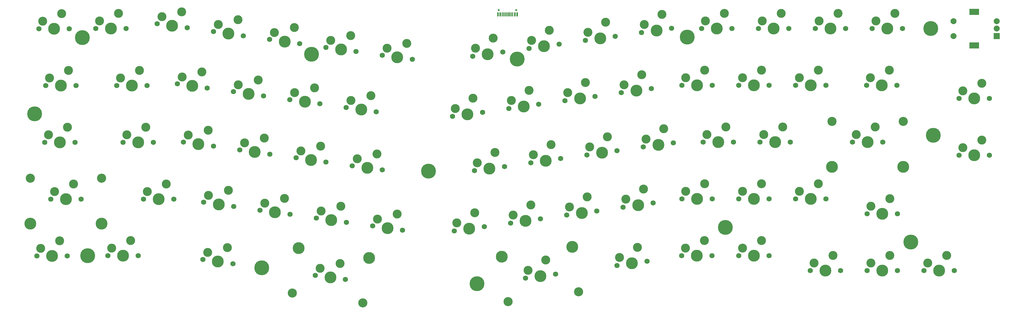
<source format=gts>
%TF.GenerationSoftware,KiCad,Pcbnew,(5.1.9)-1*%
%TF.CreationDate,2021-06-29T22:15:06+01:00*%
%TF.ProjectId,Paul PCB KICAD,5061756c-2050-4434-9220-4b494341442e,rev?*%
%TF.SameCoordinates,Original*%
%TF.FileFunction,Soldermask,Top*%
%TF.FilePolarity,Negative*%
%FSLAX46Y46*%
G04 Gerber Fmt 4.6, Leading zero omitted, Abs format (unit mm)*
G04 Created by KiCad (PCBNEW (5.1.9)-1) date 2021-06-29 22:15:06*
%MOMM*%
%LPD*%
G01*
G04 APERTURE LIST*
%ADD10C,3.000000*%
%ADD11C,3.987800*%
%ADD12C,1.750000*%
%ADD13C,3.048000*%
%ADD14C,5.000000*%
%ADD15C,2.000000*%
%ADD16R,3.200000X2.000000*%
%ADD17R,2.000000X2.000000*%
%ADD18C,0.650000*%
%ADD19R,0.300000X1.450000*%
%ADD20R,0.600000X1.450000*%
G04 APERTURE END LIST*
D10*
%TO.C,MX111*%
X244710000Y69227500D03*
D11*
X242170000Y64147500D03*
D10*
X238360000Y66687500D03*
D12*
X237090000Y64147500D03*
X247250000Y64147500D03*
%TD*%
%TO.C,MX3*%
X71140562Y80813001D03*
X61079438Y82226999D03*
D10*
X62690578Y84565530D03*
D11*
X66110000Y81520000D03*
D10*
X69332280Y86197062D03*
%TD*%
%TO.C,MX304*%
X103801313Y23630114D03*
D11*
X100579033Y18953052D03*
D10*
X97159611Y21998582D03*
D12*
X95548471Y19660051D03*
X105609595Y18246053D03*
%TD*%
D10*
%TO.C,MX14*%
X289463750Y88297500D03*
D11*
X286923750Y83217500D03*
D10*
X283113750Y85757500D03*
D12*
X281843750Y83217500D03*
X292003750Y83217500D03*
%TD*%
D10*
%TO.C,MX6*%
X125912280Y78247062D03*
D11*
X122690000Y73570000D03*
D10*
X119270578Y76615530D03*
D12*
X117659438Y74276999D03*
X127720562Y72863001D03*
%TD*%
D10*
%TO.C,MX414*%
X306790000Y7140000D03*
D11*
X304250000Y2060000D03*
D10*
X300440000Y4600000D03*
D12*
X299170000Y2060000D03*
X309330000Y2060000D03*
%TD*%
D10*
%TO.C,MX412*%
X287760000Y7130000D03*
D11*
X285220000Y2050000D03*
D10*
X281410000Y4590000D03*
D12*
X280140000Y2050000D03*
X290300000Y2050000D03*
%TD*%
D10*
%TO.C,MX411*%
X268730000Y7140000D03*
D11*
X266190000Y2060000D03*
D10*
X262380000Y4600000D03*
D12*
X261110000Y2060000D03*
X271270000Y2060000D03*
%TD*%
D10*
%TO.C,MX410*%
X244720000Y12090000D03*
D11*
X242180000Y7010000D03*
D10*
X238370000Y9550000D03*
D12*
X237100000Y7010000D03*
X247260000Y7010000D03*
%TD*%
D10*
%TO.C,MX409*%
X225650000Y12090000D03*
D11*
X223110000Y7010000D03*
D10*
X219300000Y9550000D03*
D12*
X218030000Y7010000D03*
X228190000Y7010000D03*
%TD*%
D10*
%TO.C,MX408*%
X203143558Y9862189D03*
D11*
X201335276Y4478128D03*
D10*
X197208855Y6463159D03*
D12*
X196304714Y3771129D03*
X206365838Y5185127D03*
%TD*%
D10*
%TO.C,MX405*%
X148614642Y21435865D03*
D11*
X146806360Y16051804D03*
D10*
X142679939Y18036835D03*
D12*
X141775798Y15344805D03*
X151836922Y16758803D03*
%TD*%
D10*
%TO.C,MX314*%
X318620000Y45820000D03*
D11*
X316080000Y40740000D03*
D10*
X312270000Y43280000D03*
D12*
X311000000Y40740000D03*
X321160000Y40740000D03*
%TD*%
D10*
%TO.C,MX312*%
X287760000Y26180000D03*
D11*
X285220000Y21100000D03*
D10*
X281410000Y23640000D03*
D12*
X280140000Y21100000D03*
X290300000Y21100000D03*
%TD*%
D10*
%TO.C,MX311*%
X263760000Y31127500D03*
D11*
X261220000Y26047500D03*
D10*
X257410000Y28587500D03*
D12*
X256140000Y26047500D03*
X266300000Y26047500D03*
%TD*%
D10*
%TO.C,MX310*%
X244710000Y31127500D03*
D11*
X242170000Y26047500D03*
D10*
X238360000Y28587500D03*
D12*
X237090000Y26047500D03*
X247250000Y26047500D03*
%TD*%
D10*
%TO.C,MX309*%
X225660000Y31127500D03*
D11*
X223120000Y26047500D03*
D10*
X219310000Y28587500D03*
D12*
X218040000Y26047500D03*
X228200000Y26047500D03*
%TD*%
D10*
%TO.C,MX308*%
X205208462Y29389608D03*
D11*
X203400180Y24005547D03*
D10*
X199273759Y25990578D03*
D12*
X198369618Y23298548D03*
X208430742Y24712546D03*
%TD*%
D10*
%TO.C,MX307*%
X186343855Y26738360D03*
D11*
X184535573Y21354299D03*
D10*
X180409152Y23339330D03*
D12*
X179505011Y20647300D03*
X189566135Y22061298D03*
%TD*%
D10*
%TO.C,MX306*%
X167479249Y24087113D03*
D11*
X165670967Y18703052D03*
D10*
X161544546Y20688083D03*
D12*
X160640405Y17996053D03*
X170701529Y19410051D03*
%TD*%
D10*
%TO.C,MX305*%
X122665920Y20978866D03*
D11*
X119443640Y16301804D03*
D10*
X116024218Y19347334D03*
D12*
X114413078Y17008803D03*
X124474202Y15594805D03*
%TD*%
D10*
%TO.C,MX303*%
X84936707Y26281361D03*
D11*
X81714427Y21604299D03*
D10*
X78295005Y24649829D03*
D12*
X76683865Y22311298D03*
X86744989Y20897300D03*
%TD*%
D10*
%TO.C,MX302*%
X66072100Y28932609D03*
D11*
X62849820Y24255547D03*
D10*
X59430398Y27301077D03*
D12*
X57819258Y24962546D03*
X67880382Y23548548D03*
%TD*%
D10*
%TO.C,MX301*%
X45260000Y31120000D03*
D11*
X42720000Y26040000D03*
D10*
X38910000Y28580000D03*
D12*
X37640000Y26040000D03*
X47800000Y26040000D03*
%TD*%
D10*
%TO.C,MX214*%
X318620000Y64840000D03*
D11*
X316080000Y59760000D03*
D10*
X312270000Y62300000D03*
D12*
X311000000Y59760000D03*
X321160000Y59760000D03*
%TD*%
D10*
%TO.C,MX211*%
X251853750Y50177500D03*
D11*
X249313750Y45097500D03*
D10*
X245503750Y47637500D03*
D12*
X244233750Y45097500D03*
X254393750Y45097500D03*
%TD*%
D10*
%TO.C,MX210*%
X232803750Y50177500D03*
D11*
X230263750Y45097500D03*
D10*
X226453750Y47637500D03*
D12*
X225183750Y45097500D03*
X235343750Y45097500D03*
%TD*%
D10*
%TO.C,MX209*%
X211989518Y49579838D03*
D11*
X210181236Y44195777D03*
D10*
X206054815Y46180808D03*
D12*
X205150674Y43488778D03*
X215211798Y44902776D03*
%TD*%
D10*
%TO.C,MX208*%
X193124911Y46928591D03*
D11*
X191316629Y41544530D03*
D10*
X187190208Y43529561D03*
D12*
X186286067Y40837531D03*
X196347191Y42251529D03*
%TD*%
D10*
%TO.C,MX207*%
X174260304Y44277343D03*
D11*
X172452022Y38893282D03*
D10*
X168325601Y40878313D03*
D12*
X167421460Y38186283D03*
X177482584Y39600281D03*
%TD*%
D10*
%TO.C,MX206*%
X155395698Y41626096D03*
D11*
X153587416Y36242035D03*
D10*
X149460995Y38227066D03*
D12*
X148556854Y35535036D03*
X158617978Y36949034D03*
%TD*%
D10*
%TO.C,MX205*%
X115884864Y41169097D03*
D11*
X112662584Y36492035D03*
D10*
X109243162Y39537565D03*
D12*
X107632022Y37199034D03*
X117693146Y35785036D03*
%TD*%
D10*
%TO.C,MX204*%
X97020258Y43820344D03*
D11*
X93797978Y39143282D03*
D10*
X90378556Y42188812D03*
D12*
X88767416Y39850281D03*
X98828540Y38436283D03*
%TD*%
D10*
%TO.C,MX203*%
X78155651Y46471592D03*
D11*
X74933371Y41794530D03*
D10*
X71513949Y44840060D03*
D12*
X69902809Y42501529D03*
X79963933Y41087531D03*
%TD*%
D10*
%TO.C,MX202*%
X59291044Y49122839D03*
D11*
X56068764Y44445777D03*
D10*
X52649342Y47491307D03*
D12*
X51038202Y45152776D03*
X61099326Y43738778D03*
%TD*%
D10*
%TO.C,MX201*%
X38430000Y50140000D03*
D11*
X35890000Y45060000D03*
D10*
X32080000Y47600000D03*
D12*
X30810000Y45060000D03*
X40970000Y45060000D03*
%TD*%
D10*
%TO.C,MX112*%
X263760000Y69227500D03*
D11*
X261220000Y64147500D03*
D10*
X257410000Y66687500D03*
D12*
X256140000Y64147500D03*
X266300000Y64147500D03*
%TD*%
D10*
%TO.C,MX110*%
X225660000Y69227500D03*
D11*
X223120000Y64147500D03*
D10*
X219310000Y66687500D03*
D12*
X218040000Y64147500D03*
X228200000Y64147500D03*
%TD*%
D10*
%TO.C,MX109*%
X204622119Y67781633D03*
D11*
X202813837Y62397572D03*
D10*
X198687416Y64382603D03*
D12*
X197783275Y61690573D03*
X207844399Y63104571D03*
%TD*%
D10*
%TO.C,MX108*%
X185757512Y65130386D03*
D11*
X183949230Y59746325D03*
D10*
X179822809Y61731356D03*
D12*
X178918668Y59039326D03*
X188979792Y60453324D03*
%TD*%
D10*
%TO.C,MX107*%
X166892905Y62479138D03*
D11*
X165084623Y57095077D03*
D10*
X160958202Y59080108D03*
D12*
X160054061Y56388078D03*
X170115185Y57802076D03*
%TD*%
D10*
%TO.C,MX106*%
X148028299Y59827890D03*
D11*
X146220017Y54443829D03*
D10*
X142093596Y56428860D03*
D12*
X141189455Y53736830D03*
X151250579Y55150828D03*
%TD*%
D10*
%TO.C,MX105*%
X113819960Y60696515D03*
D11*
X110597680Y56019453D03*
D10*
X107178258Y59064983D03*
D12*
X105567118Y56726452D03*
X115628242Y55312454D03*
%TD*%
D10*
%TO.C,MX104*%
X94955353Y63347763D03*
D11*
X91733073Y58670701D03*
D10*
X88313651Y61716231D03*
D12*
X86702511Y59377700D03*
X96763635Y57963702D03*
%TD*%
D10*
%TO.C,MX103*%
X76090747Y65999010D03*
D11*
X72868467Y61321948D03*
D10*
X69449045Y64367478D03*
D12*
X67837905Y62028947D03*
X77899029Y60614949D03*
%TD*%
D10*
%TO.C,MX102*%
X57226140Y68650258D03*
D11*
X54003860Y63973196D03*
D10*
X50584438Y67018726D03*
D12*
X48973298Y64680195D03*
X59034422Y63266197D03*
%TD*%
D10*
%TO.C,MX101*%
X36310000Y69220000D03*
D11*
X33770000Y64140000D03*
D10*
X29960000Y66680000D03*
D12*
X28690000Y64140000D03*
X38850000Y64140000D03*
%TD*%
D10*
%TO.C,MX13*%
X270413750Y88297500D03*
D11*
X267873750Y83217500D03*
D10*
X264063750Y85757500D03*
D12*
X262793750Y83217500D03*
X272953750Y83217500D03*
%TD*%
D10*
%TO.C,MX12*%
X251363750Y88297500D03*
D11*
X248823750Y83217500D03*
D10*
X245013750Y85757500D03*
D12*
X243743750Y83217500D03*
X253903750Y83217500D03*
%TD*%
D10*
%TO.C,MX11*%
X232313750Y88297500D03*
D11*
X229773750Y83217500D03*
D10*
X225963750Y85757500D03*
D12*
X224693750Y83217500D03*
X234853750Y83217500D03*
%TD*%
D10*
%TO.C,MX10*%
X211403174Y87971864D03*
D11*
X209594892Y82587803D03*
D10*
X205468471Y84572834D03*
D12*
X204564330Y81880804D03*
X214625454Y83294802D03*
%TD*%
D10*
%TO.C,MX9*%
X192538568Y85320616D03*
D11*
X190730286Y79936555D03*
D10*
X186603865Y81921586D03*
D12*
X185699724Y79229556D03*
X195760848Y80643554D03*
%TD*%
D10*
%TO.C,MX8*%
X173673961Y82669368D03*
D11*
X171865679Y77285307D03*
D10*
X167739258Y79270338D03*
D12*
X166835117Y76578308D03*
X176896241Y77992306D03*
%TD*%
D10*
%TO.C,MX7*%
X154809354Y80018121D03*
D11*
X153001072Y74634060D03*
D10*
X148874651Y76619091D03*
D12*
X147970510Y73927061D03*
X158031634Y75341059D03*
%TD*%
D10*
%TO.C,MX5*%
X107062280Y80887062D03*
D11*
X103840000Y76210000D03*
D10*
X100420578Y79255530D03*
D12*
X98809438Y76916999D03*
X108870562Y75503001D03*
%TD*%
D10*
%TO.C,MX4*%
X88182280Y83547062D03*
D11*
X84960000Y78870000D03*
D10*
X81540578Y81915530D03*
D12*
X79929438Y79576999D03*
X89990562Y78163001D03*
%TD*%
D10*
%TO.C,MX2*%
X50462280Y88837062D03*
D11*
X47240000Y84160000D03*
D10*
X43820578Y87205530D03*
D12*
X42209438Y84866999D03*
X52270562Y83453001D03*
%TD*%
D10*
%TO.C,MX1*%
X29250000Y88290000D03*
D11*
X26710000Y83210000D03*
D10*
X22900000Y85750000D03*
D12*
X21630000Y83210000D03*
X31790000Y83210000D03*
%TD*%
D10*
%TO.C,MX0*%
X10210000Y88260000D03*
D11*
X7670000Y83180000D03*
D10*
X3860000Y85720000D03*
D12*
X2590000Y83180000D03*
X12750000Y83180000D03*
%TD*%
D10*
%TO.C,MX113*%
X287572500Y69227500D03*
D11*
X285032500Y64147500D03*
D10*
X281222500Y66687500D03*
D12*
X279952500Y64147500D03*
X290112500Y64147500D03*
%TD*%
D10*
%TO.C,MX100*%
X12500000Y69220000D03*
D11*
X9960000Y64140000D03*
D10*
X6150000Y66680000D03*
D12*
X4880000Y64140000D03*
X15040000Y64140000D03*
%TD*%
D10*
%TO.C,MX300*%
X14210000Y31110000D03*
D11*
X11670000Y26030000D03*
D10*
X7860000Y28570000D03*
D12*
X6590000Y26030000D03*
X16750000Y26030000D03*
D13*
X23608000Y33015000D03*
X-268000Y33015000D03*
D11*
X23608000Y17775000D03*
X-268000Y17775000D03*
%TD*%
D10*
%TO.C,MX212*%
X282810000Y50177500D03*
D11*
X280270000Y45097500D03*
D10*
X276460000Y47637500D03*
D12*
X275190000Y45097500D03*
X285350000Y45097500D03*
D13*
X292208000Y52082500D03*
X268332000Y52082500D03*
D11*
X292208000Y36842500D03*
X268332000Y36842500D03*
%TD*%
D10*
%TO.C,MX200*%
X12200000Y50160000D03*
D11*
X9660000Y45080000D03*
D10*
X5850000Y47620000D03*
D12*
X4580000Y45080000D03*
X14740000Y45080000D03*
%TD*%
D10*
%TO.C,MX402*%
X65778928Y9736596D03*
D11*
X62556648Y5059534D03*
D10*
X59137226Y8105064D03*
D12*
X57526086Y5766533D03*
X67587210Y4352535D03*
%TD*%
D10*
%TO.C,MX401*%
X33360000Y12080000D03*
D11*
X30820000Y7000000D03*
D10*
X27010000Y9540000D03*
D12*
X25740000Y7000000D03*
X35900000Y7000000D03*
%TD*%
D10*
%TO.C,MX400*%
X9520000Y12060000D03*
D11*
X6980000Y6980000D03*
D10*
X3170000Y9520000D03*
D12*
X1900000Y6980000D03*
X12060000Y6980000D03*
%TD*%
D10*
%TO.C,MX406*%
X172488572Y5553912D03*
D11*
X170680290Y169851D03*
D10*
X166553869Y2154882D03*
D12*
X165649728Y-537148D03*
X175710852Y876850D03*
D13*
X183474234Y-5085723D03*
X159830594Y-8408620D03*
D11*
X181353236Y10005962D03*
X157709596Y6683065D03*
%TD*%
D10*
%TO.C,MX404*%
X103508142Y4434101D03*
D11*
X100285862Y-242961D03*
D10*
X96866440Y2802569D03*
D12*
X95255300Y464038D03*
X105316424Y-949960D03*
D13*
X111135558Y-8821432D03*
X87491918Y-5498535D03*
D11*
X113256556Y6270253D03*
X89612916Y9593150D03*
%TD*%
D14*
%TO.C,2.5*%
X133136887Y35392650D03*
%TD*%
%TO.C,2.5*%
X77258161Y3003314D03*
%TD*%
%TO.C,2.5*%
X219885384Y80385180D03*
%TD*%
%TO.C,2.5*%
X18906250Y7000000D03*
%TD*%
%TO.C,2.5*%
X162859822Y72980677D03*
%TD*%
%TO.C,2.5*%
X294750250Y11573500D03*
%TD*%
%TO.C,2.5*%
X93981649Y74572360D03*
%TD*%
%TO.C,2.5*%
X149396946Y-2325869D03*
%TD*%
%TO.C,2.5*%
X302349875Y47386750D03*
%TD*%
%TO.C,2.5*%
X17192000Y80200000D03*
%TD*%
%TO.C,2.5*%
X232647250Y16524999D03*
%TD*%
%TO.C,2.5*%
X301512250Y83200000D03*
%TD*%
%TO.C,2.5*%
X1152800Y54625000D03*
%TD*%
D15*
%TO.C,RotaryEncoder1*%
X309080000Y85700000D03*
X309080000Y80700000D03*
D16*
X316080000Y88800000D03*
X316080000Y77600000D03*
D15*
X323580000Y85700000D03*
X323580000Y83200000D03*
D17*
X323580000Y80700000D03*
%TD*%
D18*
%TO.C,USB1*%
X162520000Y89430000D03*
X156740000Y89430000D03*
D19*
X159880000Y87985000D03*
X159380000Y87985000D03*
X158880000Y87985000D03*
X160380000Y87985000D03*
X158380000Y87985000D03*
X160880000Y87985000D03*
X157880000Y87985000D03*
X161380000Y87985000D03*
D20*
X162080000Y87985000D03*
X157180000Y87985000D03*
X162855000Y87985000D03*
X156405000Y87985000D03*
%TD*%
M02*

</source>
